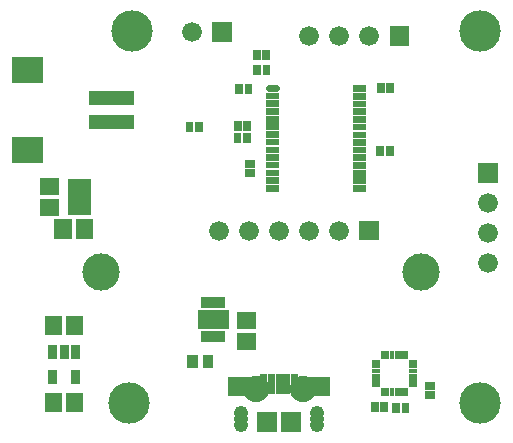
<source format=gbr>
G04 start of page 7 for group -4063 idx -4063 *
G04 Title: SAP, componentmask *
G04 Creator: pcb 4.0.2 *
G04 CreationDate: Tue Jun 12 19:10:11 2018 UTC *
G04 For: phil *
G04 Format: Gerber/RS-274X *
G04 PCB-Dimensions (mil): 1811.02 1574.80 *
G04 PCB-Coordinate-Origin: lower left *
%MOIN*%
%FSLAX25Y25*%
%LNTOPMASK*%
%ADD46C,0.0220*%
%ADD45C,0.1241*%
%ADD44C,0.1378*%
%ADD43C,0.0480*%
%ADD42C,0.0880*%
%ADD41C,0.0660*%
%ADD40C,0.0001*%
G54D40*G36*
X116306Y83379D02*Y76779D01*
X122906D01*
Y83379D01*
X116306D01*
G37*
G54D41*X109606Y80079D03*
X99606D03*
X89606D03*
X79606D03*
X69606D03*
G54D42*X81890Y27361D03*
G54D43*X77064Y15420D03*
Y17420D03*
Y19420D03*
G54D44*X39764Y22441D03*
G54D42*X97638Y27361D03*
G54D43*X102464Y15420D03*
Y17420D03*
Y19420D03*
G54D44*X156693Y22441D03*
G54D41*X159449Y79213D03*
Y69213D03*
G54D40*G36*
X67487Y149442D02*Y142842D01*
X74087D01*
Y149442D01*
X67487D01*
G37*
G54D41*X60787Y146142D03*
G54D44*X40551Y146457D03*
G54D40*G36*
X126543Y148339D02*Y141739D01*
X133143D01*
Y148339D01*
X126543D01*
G37*
G54D41*X119843Y145039D03*
X109843D03*
X99843D03*
G54D44*X156693Y146457D03*
G54D40*G36*
X156149Y102513D02*Y95913D01*
X162749D01*
Y102513D01*
X156149D01*
G37*
G54D41*X159449Y89213D03*
G54D45*X137008Y66142D03*
X30315D03*
G54D40*G36*
X26501Y126542D02*Y121805D01*
X41475D01*
Y126542D01*
X26501D01*
G37*
G36*
Y118668D02*Y113931D01*
X41475D01*
Y118668D01*
X26501D01*
G37*
G36*
X777Y137958D02*Y129284D01*
X11026D01*
Y137958D01*
X777D01*
G37*
G36*
Y111188D02*Y102514D01*
X11026D01*
Y111188D01*
X777D01*
G37*
G36*
X9976Y90655D02*Y84937D01*
X16480D01*
Y90655D01*
X9976D01*
G37*
G36*
Y97741D02*Y92023D01*
X16480D01*
Y97741D01*
X9976D01*
G37*
G36*
X20576Y83803D02*X14858D01*
Y77299D01*
X20576D01*
Y83803D01*
G37*
G36*
X27171Y88983D02*X25190D01*
Y85427D01*
X27171D01*
Y88983D01*
G37*
G36*
X27662Y83803D02*X21944D01*
Y77299D01*
X27662D01*
Y83803D01*
G37*
G36*
X27171Y97250D02*X25190D01*
Y93694D01*
X27171D01*
Y97250D01*
G37*
G36*
X21267Y88983D02*X19286D01*
Y85427D01*
X21267D01*
Y88983D01*
G37*
G36*
X23235D02*X21254D01*
Y85427D01*
X23235D01*
Y88983D01*
G37*
G36*
X25203D02*X23222D01*
Y85427D01*
X25203D01*
Y88983D01*
G37*
G36*
Y97250D02*X23222D01*
Y93694D01*
X25203D01*
Y97250D01*
G37*
G36*
X23235D02*X21254D01*
Y93694D01*
X23235D01*
Y97250D01*
G37*
G36*
X21267D02*X19286D01*
Y93694D01*
X21267D01*
Y97250D01*
G37*
G36*
X19305Y93589D02*Y89089D01*
X27151D01*
Y93589D01*
X19305D01*
G37*
G54D46*X86453Y127480D02*X88653D01*
G54D40*G36*
X77663Y128842D02*X75095D01*
Y125488D01*
X77663D01*
Y128842D01*
G37*
G36*
X80811D02*X78243D01*
Y125488D01*
X80811D01*
Y128842D01*
G37*
G36*
X85353Y125980D02*Y123780D01*
X89753D01*
Y125980D01*
X85353D01*
G37*
G36*
Y123480D02*Y121280D01*
X89753D01*
Y123480D01*
X85353D01*
G37*
G36*
Y120880D02*Y118680D01*
X89753D01*
Y120880D01*
X85353D01*
G37*
G36*
X86719Y140260D02*X84151D01*
Y136906D01*
X86719D01*
Y140260D01*
G37*
G36*
X86794Y135142D02*X84226D01*
Y131788D01*
X86794D01*
Y135142D01*
G37*
G36*
X83571Y140260D02*X81003D01*
Y136906D01*
X83571D01*
Y140260D01*
G37*
G36*
X83646Y135142D02*X81078D01*
Y131788D01*
X83646D01*
Y135142D01*
G37*
G36*
X85353Y118280D02*Y116080D01*
X89753D01*
Y118280D01*
X85353D01*
G37*
G36*
Y115780D02*Y113580D01*
X89753D01*
Y115780D01*
X85353D01*
G37*
G36*
Y113180D02*Y110980D01*
X89753D01*
Y113180D01*
X85353D01*
G37*
G36*
Y110680D02*Y108480D01*
X89753D01*
Y110680D01*
X85353D01*
G37*
G36*
Y108080D02*Y105880D01*
X89753D01*
Y108080D01*
X85353D01*
G37*
G36*
Y105480D02*Y103280D01*
X89753D01*
Y105480D01*
X85353D01*
G37*
G36*
Y102980D02*Y100780D01*
X89753D01*
Y102980D01*
X85353D01*
G37*
G36*
Y100380D02*Y98180D01*
X89753D01*
Y100380D01*
X85353D01*
G37*
G36*
Y97880D02*Y95680D01*
X89753D01*
Y97880D01*
X85353D01*
G37*
G36*
Y95280D02*Y93080D01*
X89753D01*
Y95280D01*
X85353D01*
G37*
G36*
X78244Y100497D02*Y97929D01*
X81598D01*
Y100497D01*
X78244D01*
G37*
G36*
Y103645D02*Y101077D01*
X81598D01*
Y103645D01*
X78244D01*
G37*
G36*
X61127Y116244D02*X58559D01*
Y112890D01*
X61127D01*
Y116244D01*
G37*
G36*
X64275D02*X61707D01*
Y112890D01*
X64275D01*
Y116244D01*
G37*
G36*
X77269Y116716D02*X74701D01*
Y113362D01*
X77269D01*
Y116716D01*
G37*
G36*
X80417D02*X77849D01*
Y113362D01*
X80417D01*
Y116716D01*
G37*
G36*
X80338Y112699D02*X77770D01*
Y109345D01*
X80338D01*
Y112699D01*
G37*
G36*
X77190D02*X74622D01*
Y109345D01*
X77190D01*
Y112699D01*
G37*
G36*
X62567Y53544D02*Y47244D01*
X72867D01*
Y53544D01*
X62567D01*
G37*
G36*
X75567Y53096D02*Y47378D01*
X82071D01*
Y53096D01*
X75567D01*
G37*
G36*
X65755Y46660D02*X63774D01*
Y42998D01*
X65755D01*
Y46660D01*
G37*
G36*
X62682Y38725D02*X59130D01*
Y34189D01*
X62682D01*
Y38725D01*
G37*
G36*
X67800D02*X64248D01*
Y34189D01*
X67800D01*
Y38725D01*
G37*
G36*
X67723Y46660D02*X65742D01*
Y42998D01*
X67723D01*
Y46660D01*
G37*
G36*
X69691D02*X67710D01*
Y42998D01*
X69691D01*
Y46660D01*
G37*
G36*
X75567Y46010D02*Y40292D01*
X82071D01*
Y46010D01*
X75567D01*
G37*
G36*
X71659Y46660D02*X69678D01*
Y42998D01*
X71659D01*
Y46660D01*
G37*
G36*
Y57789D02*X69678D01*
Y54127D01*
X71659D01*
Y57789D01*
G37*
G36*
X69691D02*X67710D01*
Y54127D01*
X69691D01*
Y57789D01*
G37*
G36*
X67723D02*X65742D01*
Y54127D01*
X67723D01*
Y57789D01*
G37*
G36*
X65755D02*X63774D01*
Y54127D01*
X65755D01*
Y57789D01*
G37*
G36*
X17347Y26008D02*X11629D01*
Y19504D01*
X17347D01*
Y26008D01*
G37*
G36*
X24433D02*X18715D01*
Y19504D01*
X24433D01*
Y26008D01*
G37*
G36*
X24511Y51677D02*X18793D01*
Y45173D01*
X24511D01*
Y51677D01*
G37*
G36*
X23469Y41839D02*X20469D01*
Y37239D01*
X23469D01*
Y41839D01*
G37*
G36*
X19569D02*X16569D01*
Y37239D01*
X19569D01*
Y41839D01*
G37*
G36*
X17425Y51677D02*X11707D01*
Y45173D01*
X17425D01*
Y51677D01*
G37*
G36*
X15669Y41839D02*X12669D01*
Y37239D01*
X15669D01*
Y41839D01*
G37*
G36*
Y33639D02*X12669D01*
Y29039D01*
X15669D01*
Y33639D01*
G37*
G36*
X23469D02*X20469D01*
Y29039D01*
X23469D01*
Y33639D01*
G37*
G36*
X90914Y32335D02*X88614D01*
Y25536D01*
X90914D01*
Y32335D01*
G37*
G36*
X88355D02*X86055D01*
Y25536D01*
X88355D01*
Y32335D01*
G37*
G36*
X93473D02*X91173D01*
Y25536D01*
X93473D01*
Y32335D01*
G37*
G36*
X96032D02*X93732D01*
Y25536D01*
X96032D01*
Y32335D01*
G37*
G36*
X90348Y19494D02*Y12789D01*
X97053D01*
Y19494D01*
X90348D01*
G37*
G36*
X85796Y32335D02*X83496D01*
Y25536D01*
X85796D01*
Y32335D01*
G37*
G36*
X82474Y19494D02*Y12789D01*
X89179D01*
Y19494D01*
X82474D01*
G37*
G36*
X72829Y31389D02*Y25089D01*
X79928D01*
Y31389D01*
X72829D01*
G37*
G36*
X99600D02*Y25089D01*
X106699D01*
Y31389D01*
X99600D01*
G37*
G36*
X126521Y27622D02*X125134D01*
Y25054D01*
X126521D01*
Y27622D01*
G37*
G36*
X128096D02*X126709D01*
Y25054D01*
X128096D01*
Y27622D01*
G37*
G36*
X129670D02*X128283D01*
Y25054D01*
X129670D01*
Y27622D01*
G37*
G36*
X131245D02*X129858D01*
Y25054D01*
X131245D01*
Y27622D01*
G37*
G36*
X132820D02*X131433D01*
Y25054D01*
X132820D01*
Y27622D01*
G37*
G36*
X133173Y22543D02*X130605D01*
Y19189D01*
X133173D01*
Y22543D01*
G37*
G36*
X130025D02*X127457D01*
Y19189D01*
X130025D01*
Y22543D01*
G37*
G36*
X133008Y29197D02*Y27810D01*
X135576D01*
Y29197D01*
X133008D01*
G37*
G36*
X138480Y26482D02*Y23914D01*
X141834D01*
Y26482D01*
X138480D01*
G37*
G36*
Y29630D02*Y27062D01*
X141834D01*
Y29630D01*
X138480D01*
G37*
G36*
X133008Y30772D02*Y29385D01*
X135576D01*
Y30772D01*
X133008D01*
G37*
G36*
Y32347D02*Y30960D01*
X135576D01*
Y32347D01*
X133008D01*
G37*
G36*
Y33921D02*Y32534D01*
X135576D01*
Y33921D01*
X133008D01*
G37*
G36*
Y35496D02*Y34109D01*
X135576D01*
Y35496D01*
X133008D01*
G37*
G36*
Y37071D02*Y35684D01*
X135576D01*
Y37071D01*
X133008D01*
G37*
G36*
X132820Y39827D02*X131433D01*
Y37259D01*
X132820D01*
Y39827D01*
G37*
G36*
X131245D02*X129858D01*
Y37259D01*
X131245D01*
Y39827D01*
G37*
G36*
X129670D02*X128283D01*
Y37259D01*
X129670D01*
Y39827D01*
G37*
G36*
X124946D02*X123559D01*
Y37259D01*
X124946D01*
Y39827D01*
G37*
G36*
Y27622D02*X123559D01*
Y25054D01*
X124946D01*
Y27622D01*
G37*
G36*
X128096Y39827D02*X126709D01*
Y37259D01*
X128096D01*
Y39827D01*
G37*
G36*
X126521D02*X125134D01*
Y37259D01*
X126521D01*
Y39827D01*
G37*
G36*
X120803Y37071D02*Y35684D01*
X123371D01*
Y37071D01*
X120803D01*
G37*
G36*
Y35496D02*Y34109D01*
X123371D01*
Y35496D01*
X120803D01*
G37*
G36*
Y33921D02*Y32534D01*
X123371D01*
Y33921D01*
X120803D01*
G37*
G36*
Y32347D02*Y30960D01*
X123371D01*
Y32347D01*
X120803D01*
G37*
G36*
Y30772D02*Y29385D01*
X123371D01*
Y30772D01*
X120803D01*
G37*
G36*
Y29197D02*Y27810D01*
X123371D01*
Y29197D01*
X120803D01*
G37*
G36*
X122938Y22937D02*X120370D01*
Y19583D01*
X122938D01*
Y22937D01*
G37*
G36*
X126086D02*X123518D01*
Y19583D01*
X126086D01*
Y22937D01*
G37*
G36*
X114453Y95180D02*Y92980D01*
X118853D01*
Y95180D01*
X114453D01*
G37*
G36*
Y97780D02*Y95580D01*
X118853D01*
Y97780D01*
X114453D01*
G37*
G36*
Y100280D02*Y98080D01*
X118853D01*
Y100280D01*
X114453D01*
G37*
G36*
Y102880D02*Y100680D01*
X118853D01*
Y102880D01*
X114453D01*
G37*
G36*
Y105480D02*Y103280D01*
X118853D01*
Y105480D01*
X114453D01*
G37*
G36*
Y107980D02*Y105780D01*
X118853D01*
Y107980D01*
X114453D01*
G37*
G36*
Y110580D02*Y108380D01*
X118853D01*
Y110580D01*
X114453D01*
G37*
G36*
Y113080D02*Y110880D01*
X118853D01*
Y113080D01*
X114453D01*
G37*
G36*
Y115680D02*Y113480D01*
X118853D01*
Y115680D01*
X114453D01*
G37*
G36*
X124749Y108370D02*X122181D01*
Y105016D01*
X124749D01*
Y108370D01*
G37*
G36*
X127897D02*X125329D01*
Y105016D01*
X127897D01*
Y108370D01*
G37*
G36*
X114453Y118280D02*Y116080D01*
X118853D01*
Y118280D01*
X114453D01*
G37*
G36*
Y120780D02*Y118580D01*
X118853D01*
Y120780D01*
X114453D01*
G37*
G36*
Y123380D02*Y121180D01*
X118853D01*
Y123380D01*
X114453D01*
G37*
G36*
Y125880D02*Y123680D01*
X118853D01*
Y125880D01*
X114453D01*
G37*
G36*
Y128480D02*Y126280D01*
X118853D01*
Y128480D01*
X114453D01*
G37*
G36*
X128055Y129236D02*X125487D01*
Y125882D01*
X128055D01*
Y129236D01*
G37*
G36*
X124907D02*X122339D01*
Y125882D01*
X124907D01*
Y129236D01*
G37*
M02*

</source>
